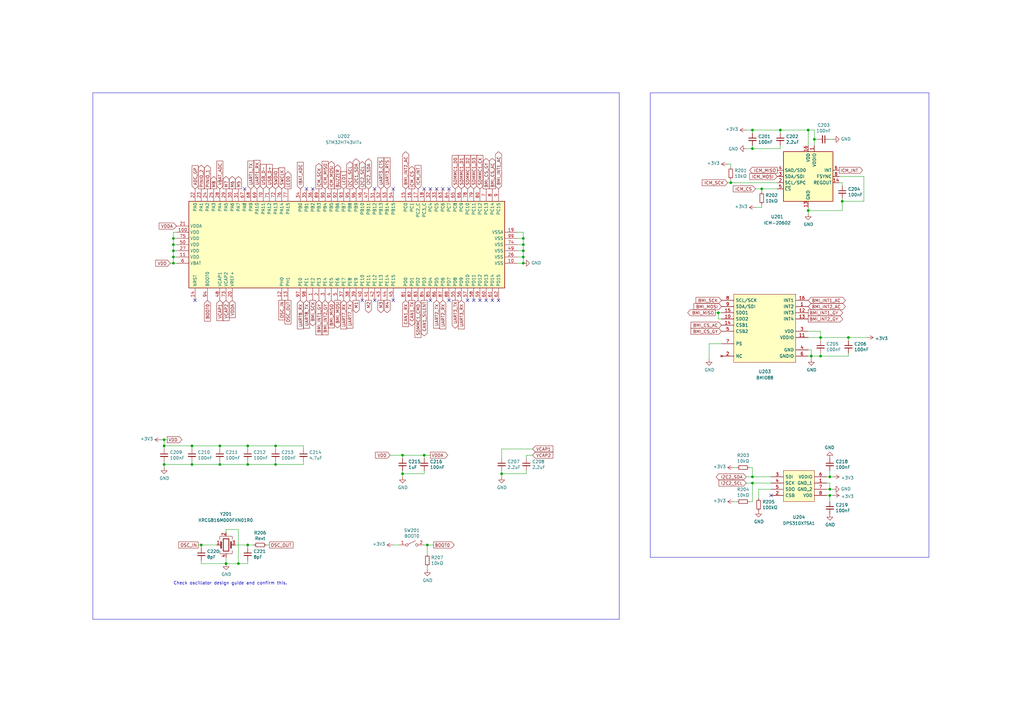
<source format=kicad_sch>
(kicad_sch (version 20230121) (generator eeschema)
  (paper "A3")
  (title_block (title "MCU & Sensors") (date "2021-02-13") (rev "A0.2"))
  (lib_symbols
    (symbol "Device:C_Small" (pin_numbers hide) (pin_names (offset 0.254) hide)
      (property "Reference" "C" (at 0.254 1.778 0))
      (property "Value" "C_Small" (at 0.254 -2.032 0))
      (symbol "C_Small_0_1"
        (polyline (pts (xy -1.524 -0.508) (xy 1.524 -0.508)) (stroke (width 0.3302)))
        (polyline (pts (xy -1.524 0.508) (xy 1.524 0.508)) (stroke (width 0.3048)))
      )
      (symbol "C_Small_1_1"
        (pin passive line (at 0 2.54 270) (length 2.032) (name "~") (number "1"))
        (pin passive line (at 0 -2.54 90) (length 2.032) (name "~") (number "2"))
      )
    )
    (symbol "Device:Crystal_GND24" (pin_names (offset 1.016) hide)
      (property "Reference" "Y" (at 3.175 5.08 0))
      (property "Value" "Crystal_GND24" (at 3.175 3.175 0))
      (symbol "Crystal_GND24_0_1"
        (rectangle (start -1.143 2.54) (end 1.143 -2.54) (stroke (width 0.3048)))
        (polyline (pts (xy -2.54 0) (xy -2.032 0)))
        (polyline (pts (xy -2.032 -1.27) (xy -2.032 1.27)) (stroke (width 0.508)))
        (polyline (pts (xy 0 -3.81) (xy 0 -3.556)))
        (polyline (pts (xy 0 3.556) (xy 0 3.81)))
        (polyline (pts (xy 2.032 -1.27) (xy 2.032 1.27)) (stroke (width 0.508)))
        (polyline (pts (xy 2.032 0) (xy 2.54 0)))
        (polyline (pts (xy -2.54 -2.286) (xy -2.54 -3.556) (xy 2.54 -3.556) (xy 2.54 -2.286)))
        (polyline (pts (xy -2.54 2.286) (xy -2.54 3.556) (xy 2.54 3.556) (xy 2.54 2.286)))
      )
      (symbol "Crystal_GND24_1_1"
        (pin passive line (at -3.81 0 0) (length 1.27) (name "1") (number "1"))
        (pin passive line (at 0 5.08 270) (length 1.27) (name "2") (number "2"))
        (pin passive line (at 3.81 0 180) (length 1.27) (name "3") (number "3"))
        (pin passive line (at 0 -5.08 90) (length 1.27) (name "4") (number "4"))
      )
    )
    (symbol "Device:R_Small" (pin_numbers hide) (pin_names (offset 0.254) hide)
      (property "Reference" "R" (at 0.762 0.508 0))
      (property "Value" "R_Small" (at 0.762 -1.016 0))
      (symbol "R_Small_0_1"
        (rectangle (start -0.762 1.778) (end 0.762 -1.778) (stroke (width 0.2032)))
      )
      (symbol "R_Small_1_1"
        (pin passive line (at 0 2.54 270) (length 0.762) (name "~") (number "1"))
        (pin passive line (at 0 -2.54 90) (length 0.762) (name "~") (number "2"))
      )
    )
    (symbol "MintAlpha2-rescue:+3.3V-power" (power) (pin_names (offset 0))
      (property "Value" "+3.3V-power" (at 0 3.556 0))
      (symbol "+3.3V-power_0_1"
        (polyline (pts (xy -0.762 1.27) (xy 0 2.54)))
        (polyline (pts (xy 0 0) (xy 0 2.54)))
        (polyline (pts (xy 0 2.54) (xy 0.762 1.27)))
      )
      (symbol "+3.3V-power_1_1"
        (pin power_in line (at 0 0 90) (length 0) hide (name "+3V3") (number "1"))
      )
    )
    (symbol "MintAlpha2-rescue:ICM-20602-Sensor_Motion"
      (property "Reference" "U" (at -10.16 11.43 0))
      (property "Value" "Sensor_Motion_ICM-20602" (at 10.16 11.43 0))
      (symbol "ICM-20602-Sensor_Motion_0_1"
        (rectangle (start -10.16 10.16) (end 10.16 -10.16) (stroke (width 0.254)) (fill (type background)))
      )
      (symbol "ICM-20602-Sensor_Motion_1_1"
        (pin power_in line (at 2.54 12.7 270) (length 2.54) (name "VDDIO") (number "1"))
        (pin passive line (at 0 -12.7 90) (length 2.54) hide (name "GND") (number "10"))
        (pin passive line (at 0 -12.7 90) (length 2.54) hide (name "GND") (number "11"))
        (pin passive line (at 0 -12.7 90) (length 2.54) hide (name "GND") (number "12"))
        (pin power_in line (at 0 -12.7 90) (length 2.54) (name "GND") (number "13"))
        (pin passive line (at 12.7 -2.54 180) (length 2.54) (name "REGOUT") (number "14"))
        (pin passive line (at 0 -12.7 90) (length 2.54) hide (name "GND") (number "15"))
        (pin power_in line (at 0 12.7 270) (length 2.54) (name "VDD") (number "16"))
        (pin input line (at -12.7 -2.54 0) (length 2.54) (name "SCL/SPC") (number "2"))
        (pin bidirectional line (at -12.7 0 0) (length 2.54) (name "SDA/SDI") (number "3"))
        (pin bidirectional line (at -12.7 2.54 0) (length 2.54) (name "SAO/SD0") (number "4"))
        (pin input line (at -12.7 -5.08 0) (length 2.54) (name "~{CS}") (number "5"))
        (pin output line (at 12.7 2.54 180) (length 2.54) (name "INT") (number "6"))
        (pin no_connect line (at -10.16 5.08 0) (length 2.54) hide (name "RESV") (number "7"))
        (pin input line (at 12.7 0 180) (length 2.54) (name "FSYNC") (number "8"))
        (pin passive line (at 0 -12.7 90) (length 2.54) hide (name "GND") (number "9"))
      )
    )
    (symbol "MintAlpha2-rescue:STM32H743VITx-MCU_ST_STM32H7"
      (property "Reference" "U" (at -17.78 64.77 0))
      (property "Value" "MCU_ST_STM32H7_STM32H743VITx" (at 10.16 64.77 0))
      (symbol "STM32H743VITx-MCU_ST_STM32H7_0_1"
        (rectangle (start -17.78 -66.04) (end 17.78 63.5) (stroke (width 0.254)) (fill (type background)))
      )
      (symbol "STM32H743VITx-MCU_ST_STM32H7_1_1"
        (pin bidirectional line (at -22.86 12.7 0) (length 5.08) (name "PE2") (number "1"))
        (pin power_in line (at -7.62 -71.12 90) (length 5.08) (name "VSS") (number "10"))
        (pin power_in line (at 5.08 68.58 270) (length 5.08) (name "VDD") (number "100"))
        (pin power_in line (at -5.08 68.58 270) (length 5.08) (name "VDD") (number "11"))
        (pin input line (at -22.86 25.4 0) (length 5.08) (name "PH0") (number "12"))
        (pin input line (at -22.86 22.86 0) (length 5.08) (name "PH1") (number "13"))
        (pin input line (at -22.86 60.96 0) (length 5.08) (name "NRST") (number "14"))
        (pin bidirectional line (at 22.86 -25.4 180) (length 5.08) (name "PC0") (number "15"))
        (pin bidirectional line (at 22.86 -27.94 180) (length 5.08) (name "PC1") (number "16"))
        (pin bidirectional line (at 22.86 -30.48 180) (length 5.08) (name "PC2_C") (number "17"))
        (pin bidirectional line (at 22.86 -33.02 180) (length 5.08) (name "PC3_C") (number "18"))
        (pin power_in line (at 5.08 -71.12 90) (length 5.08) (name "VSSA") (number "19"))
        (pin bidirectional line (at -22.86 10.16 0) (length 5.08) (name "PE3") (number "2"))
        (pin bidirectional line (at -22.86 45.72 0) (length 5.08) (name "VREF+") (number "20"))
        (pin power_in line (at 7.62 68.58 270) (length 5.08) (name "VDDA") (number "21"))
        (pin bidirectional line (at 22.86 60.96 180) (length 5.08) (name "PA0") (number "22"))
        (pin bidirectional line (at 22.86 58.42 180) (length 5.08) (name "PA1") (number "23"))
        (pin bidirectional line (at 22.86 55.88 180) (length 5.08) (name "PA2") (number "24"))
        (pin bidirectional line (at 22.86 53.34 180) (length 5.08) (name "PA3") (number "25"))
        (pin power_in line (at -5.08 -71.12 90) (length 5.08) (name "VSS") (number "26"))
        (pin power_in line (at -2.54 68.58 270) (length 5.08) (name "VDD") (number "27"))
        (pin bidirectional line (at 22.86 50.8 180) (length 5.08) (name "PA4") (number "28"))
        (pin bidirectional line (at 22.86 48.26 180) (length 5.08) (name "PA5") (number "29"))
        (pin bidirectional line (at -22.86 7.62 0) (length 5.08) (name "PE4") (number "3"))
        (pin bidirectional line (at 22.86 45.72 180) (length 5.08) (name "PA6") (number "30"))
        (pin bidirectional line (at 22.86 43.18 180) (length 5.08) (name "PA7") (number "31"))
        (pin bidirectional line (at 22.86 -35.56 180) (length 5.08) (name "PC4") (number "32"))
        (pin bidirectional line (at 22.86 -38.1 180) (length 5.08) (name "PC5") (number "33"))
        (pin bidirectional line (at 22.86 17.78 180) (length 5.08) (name "PB0") (number "34"))
        (pin bidirectional line (at 22.86 15.24 180) (length 5.08) (name "PB1") (number "35"))
        (pin bidirectional line (at 22.86 12.7 180) (length 5.08) (name "PB2") (number "36"))
        (pin bidirectional line (at -22.86 0 0) (length 5.08) (name "PE7") (number "37"))
        (pin bidirectional line (at -22.86 -2.54 0) (length 5.08) (name "PE8") (number "38"))
        (pin bidirectional line (at -22.86 -5.08 0) (length 5.08) (name "PE9") (number "39"))
        (pin bidirectional line (at -22.86 5.08 0) (length 5.08) (name "PE5") (number "4"))
        (pin bidirectional line (at -22.86 -7.62 0) (length 5.08) (name "PE10") (number "40"))
        (pin bidirectional line (at -22.86 -10.16 0) (length 5.08) (name "PE11") (number "41"))
        (pin bidirectional line (at -22.86 -12.7 0) (length 5.08) (name "PE12") (number "42"))
        (pin bidirectional line (at -22.86 -15.24 0) (length 5.08) (name "PE13") (number "43"))
        (pin bidirectional line (at -22.86 -17.78 0) (length 5.08) (name "PE14") (number "44"))
        (pin bidirectional line (at -22.86 -20.32 0) (length 5.08) (name "PE15") (number "45"))
        (pin bidirectional line (at 22.86 -7.62 180) (length 5.08) (name "PB10") (number "46"))
        (pin bidirectional line (at 22.86 -10.16 180) (length 5.08) (name "PB11") (number "47"))
        (pin power_in line (at -22.86 50.8 0) (length 5.08) (name "VCAP1") (number "48"))
        (pin power_in line (at -2.54 -71.12 90) (length 5.08) (name "VSS") (number "49"))
        (pin bidirectional line (at -22.86 2.54 0) (length 5.08) (name "PE6") (number "5"))
        (pin power_in line (at 0 68.58 270) (length 5.08) (name "VDD") (number "50"))
        (pin bidirectional line (at 22.86 -12.7 180) (length 5.08) (name "PB12") (number "51"))
        (pin bidirectional line (at 22.86 -15.24 180) (length 5.08) (name "PB13") (number "52"))
        (pin bidirectional line (at 22.86 -17.78 180) (length 5.08) (name "PB14") (number "53"))
        (pin bidirectional line (at 22.86 -20.32 180) (length 5.08) (name "PB15") (number "54"))
        (pin bidirectional line (at -22.86 -45.72 0) (length 5.08) (name "PD8") (number "55"))
        (pin bidirectional line (at -22.86 -48.26 0) (length 5.08) (name "PD9") (number "56"))
        (pin bidirectional line (at -22.86 -50.8 0) (length 5.08) (name "PD10") (number "57"))
        (pin bidirectional line (at -22.86 -53.34 0) (length 5.08) (name "PD11") (number "58"))
        (pin bidirectional line (at -22.86 -55.88 0) (length 5.08) (name "PD12") (number "59"))
        (pin power_in line (at -7.62 68.58 270) (length 5.08) (name "VBAT") (number "6"))
        (pin bidirectional line (at -22.86 -58.42 0) (length 5.08) (name "PD13") (number "60"))
        (pin bidirectional line (at -22.86 -60.96 0) (length 5.08) (name "PD14") (number "61"))
        (pin bidirectional line (at -22.86 -63.5 0) (length 5.08) (name "PD15") (number "62"))
        (pin bidirectional line (at 22.86 -40.64 180) (length 5.08) (name "PC6") (number "63"))
        (pin bidirectional line (at 22.86 -43.18 180) (length 5.08) (name "PC7") (number "64"))
        (pin bidirectional line (at 22.86 -45.72 180) (length 5.08) (name "PC8") (number "65"))
        (pin bidirectional line (at 22.86 -48.26 180) (length 5.08) (name "PC9") (number "66"))
        (pin bidirectional line (at 22.86 40.64 180) (length 5.08) (name "PA8") (number "67"))
        (pin bidirectional line (at 22.86 38.1 180) (length 5.08) (name "PA9") (number "68"))
        (pin bidirectional line (at 22.86 35.56 180) (length 5.08) (name "PA10") (number "69"))
        (pin bidirectional line (at 22.86 -58.42 180) (length 5.08) (name "PC13") (number "7"))
        (pin bidirectional line (at 22.86 33.02 180) (length 5.08) (name "PA11") (number "70"))
        (pin bidirectional line (at 22.86 30.48 180) (length 5.08) (name "PA12") (number "71"))
        (pin bidirectional line (at 22.86 27.94 180) (length 5.08) (name "PA13") (number "72"))
        (pin power_in line (at -22.86 48.26 0) (length 5.08) (name "VCAP2") (number "73"))
        (pin power_in line (at 0 -71.12 90) (length 5.08) (name "VSS") (number "74"))
        (pin power_in line (at 2.54 68.58 270) (length 5.08) (name "VDD") (number "75"))
        (pin bidirectional line (at 22.86 25.4 180) (length 5.08) (name "PA14") (number "76"))
        (pin bidirectional line (at 22.86 22.86 180) (length 5.08) (name "PA15") (number "77"))
        (pin bidirectional line (at 22.86 -50.8 180) (length 5.08) (name "PC10") (number "78"))
        (pin bidirectional line (at 22.86 -53.34 180) (length 5.08) (name "PC11") (number "79"))
        (pin bidirectional line (at 22.86 -60.96 180) (length 5.08) (name "PC14") (number "8"))
        (pin bidirectional line (at 22.86 -55.88 180) (length 5.08) (name "PC12") (number "80"))
        (pin bidirectional line (at -22.86 -25.4 0) (length 5.08) (name "PD0") (number "81"))
        (pin bidirectional line (at -22.86 -27.94 0) (length 5.08) (name "PD1") (number "82"))
        (pin bidirectional line (at -22.86 -30.48 0) (length 5.08) (name "PD2") (number "83"))
        (pin bidirectional line (at -22.86 -33.02 0) (length 5.08) (name "PD3") (number "84"))
        (pin bidirectional line (at -22.86 -35.56 0) (length 5.08) (name "PD4") (number "85"))
        (pin bidirectional line (at -22.86 -38.1 0) (length 5.08) (name "PD5") (number "86"))
        (pin bidirectional line (at -22.86 -40.64 0) (length 5.08) (name "PD6") (number "87"))
        (pin bidirectional line (at -22.86 -43.18 0) (length 5.08) (name "PD7") (number "88"))
        (pin bidirectional line (at 22.86 10.16 180) (length 5.08) (name "PB3") (number "89"))
        (pin bidirectional line (at 22.86 -63.5 180) (length 5.08) (name "PC15") (number "9"))
        (pin bidirectional line (at 22.86 7.62 180) (length 5.08) (name "PB4") (number "90"))
        (pin bidirectional line (at 22.86 5.08 180) (length 5.08) (name "PB5") (number "91"))
        (pin bidirectional line (at 22.86 2.54 180) (length 5.08) (name "PB6") (number "92"))
        (pin bidirectional line (at 22.86 0 180) (length 5.08) (name "PB7") (number "93"))
        (pin input line (at -22.86 55.88 0) (length 5.08) (name "BOOT0") (number "94"))
        (pin bidirectional line (at 22.86 -2.54 180) (length 5.08) (name "PB8") (number "95"))
        (pin bidirectional line (at 22.86 -5.08 180) (length 5.08) (name "PB9") (number "96"))
        (pin bidirectional line (at -22.86 17.78 0) (length 5.08) (name "PE0") (number "97"))
        (pin bidirectional line (at -22.86 15.24 0) (length 5.08) (name "PE1") (number "98"))
        (pin power_in line (at 2.54 -71.12 90) (length 5.08) (name "VSS") (number "99"))
      )
    )
    (symbol "MintSymbols:BMI088" (pin_names (offset 0.762))
      (property "Reference" "U" (at 11.43 15.24 0))
      (property "Value" "BMI088" (at 6.35 -15.24 0))
      (symbol "BMI088_0_0"
        (pin bidirectional line (at 17.78 8.89 180) (length 5.08) (name "INT2") (number "1"))
        (pin output line (at -17.78 3.81 0) (length 5.08) (name "SDO2") (number "10"))
        (pin power_in line (at 17.78 -3.81 180) (length 5.08) (name "VDDIO") (number "11"))
        (pin output line (at 17.78 6.35 180) (length 5.08) (name "INT3") (number "12"))
        (pin output line (at 17.78 3.81 180) (length 5.08) (name "INT4") (number "13"))
        (pin input line (at -17.78 1.27 0) (length 5.08) (name "CSB1") (number "14"))
        (pin output line (at -17.78 6.35 0) (length 5.08) (name "SDO1") (number "15"))
        (pin bidirectional line (at 17.78 11.43 180) (length 5.08) (name "INT1") (number "16"))
        (pin no_connect line (at -17.78 -11.43 0) (length 5.08) (name "NC") (number "2"))
        (pin power_in line (at 17.78 -1.27 180) (length 5.08) (name "VDD") (number "3"))
        (pin power_in line (at 17.78 -8.89 180) (length 5.08) (name "GND") (number "4"))
        (pin input line (at -17.78 -1.27 0) (length 5.08) (name "CSB2") (number "5"))
        (pin power_in line (at 17.78 -11.43 180) (length 5.08) (name "GNDIO") (number "6"))
        (pin input line (at -17.78 -6.35 0) (length 5.08) (name "PS") (number "7"))
        (pin input line (at -17.78 11.43 0) (length 5.08) (name "SCL/SCK") (number "8"))
        (pin input line (at -17.78 8.89 0) (length 5.08) (name "SDA/SDI") (number "9"))
      )
      (symbol "BMI088_0_1"
        (polyline (pts (xy -12.7 13.97) (xy 12.7 13.97) (xy 12.7 -13.97) (xy -12.7 -13.97) (xy -12.7 13.97)) (stroke (width 0.1524)) (fill (type background)))
      )
    )
    (symbol "MintSymbols:DPS310XTSA1" (pin_names (offset 0.762))
      (property "Reference" "U" (at 5.08 7.62 0))
      (property "Value" "DPS310XTSA1" (at -6.35 -8.89 0))
      (symbol "DPS310XTSA1_0_0"
        (pin power_in line (at 11.43 1.27 180) (length 5.08) (name "GND_1") (number "1"))
        (pin input line (at -11.43 -3.81 0) (length 5.08) (name "CSB") (number "2"))
        (pin input line (at -11.43 3.81 0) (length 5.08) (name "SDI") (number "3"))
        (pin input line (at -11.43 1.27 0) (length 5.08) (name "SCK") (number "4"))
        (pin output line (at -11.43 -1.27 0) (length 5.08) (name "SDO") (number "5"))
        (pin power_in line (at 11.43 3.81 180) (length 5.08) (name "VDDIO") (number "6"))
        (pin power_in line (at 11.43 -1.27 180) (length 5.08) (name "GND_2") (number "7"))
        (pin power_in line (at 11.43 -3.81 180) (length 5.08) (name "VDD") (number "8"))
      )
      (symbol "DPS310XTSA1_0_1"
        (rectangle (start -6.35 6.35) (end 6.35 -6.35) (stroke (width 0.1524)) (fill (type background)))
      )
    )
    (symbol "Switch:SW_SPST" (pin_names (offset 0) hide)
      (property "Reference" "SW" (at 0 3.175 0))
      (property "Value" "SW_SPST" (at 0 -2.54 0))
      (symbol "SW_SPST_0_0"
        (circle (center -2.032 0) (radius 0.508))
        (polyline (pts (xy -1.524 0.254) (xy 1.524 1.778)))
        (circle (center 2.032 0) (radius 0.508))
      )
      (symbol "SW_SPST_1_1"
        (pin passive line (at -5.08 0 0) (length 2.54) (name "A") (number "1"))
        (pin passive line (at 5.08 0 180) (length 2.54) (name "B") (number "2"))
      )
    )
    (symbol "power:GND" (power) (pin_names (offset 0))
      (property "Value" "GND" (at 0 -3.81 0))
      (symbol "GND_0_1"
        (polyline (pts (xy 0 0) (xy 0 -1.27) (xy 1.27 -1.27) (xy 0 -2.54) (xy -1.27 -1.27) (xy 0 -1.27)))
      )
      (symbol "GND_1_1"
        (pin power_in line (at 0 0 270) (length 0) hide (name "GND") (number "1"))
      )
    )
  )
  (junction (at 78.74 190.5))
  (junction (at 173.99 186.69))
  (junction (at 67.31 180.34))
  (junction (at 101.6 182.88))
  (junction (at 312.42 77.47))
  (junction (at 308.61 53.34))
  (junction (at 92.71 231.14))
  (junction (at 320.04 53.34))
  (junction (at 175.26 223.52))
  (junction (at 214.63 105.41))
  (junction (at 299.72 74.93))
  (junction (at 214.63 97.79))
  (junction (at 90.17 182.88))
  (junction (at 71.12 102.87))
  (junction (at 214.63 107.95))
  (junction (at 113.03 182.88))
  (junction (at 71.12 97.79))
  (junction (at 82.55 223.52))
  (junction (at 340.36 203.2))
  (junction (at 113.03 190.5))
  (junction (at 334.01 57.15))
  (junction (at 347.98 138.43))
  (junction (at 205.74 194.31))
  (junction (at 332.74 146.05))
  (junction (at 336.55 138.43))
  (junction (at 165.1 194.31))
  (junction (at 345.44 82.55))
  (junction (at 67.31 190.5))
  (junction (at 331.47 53.34))
  (junction (at 308.61 195.58))
  (junction (at 71.12 107.95))
  (junction (at 101.6 223.52))
  (junction (at 294.64 128.27))
  (junction (at 71.12 105.41))
  (junction (at 67.31 182.88))
  (junction (at 90.17 190.5))
  (junction (at 101.6 190.5))
  (junction (at 78.74 182.88))
  (junction (at 214.63 102.87))
  (junction (at 97.79 231.14))
  (junction (at 340.36 195.58))
  (junction (at 308.61 60.96))
  (junction (at 336.55 146.05))
  (junction (at 308.61 198.12))
  (junction (at 165.1 186.69))
  (junction (at 331.47 86.36))
  (junction (at 340.36 200.66))
  (junction (at 214.63 100.33))
  (junction (at 71.12 100.33))
  (no_connect (at 199.39 123.19))
  (no_connect (at 148.59 123.19))
  (no_connect (at 316.23 203.2))
  (no_connect (at 194.31 123.19))
  (no_connect (at 100.33 77.47))
  (no_connect (at 161.29 123.19))
  (no_connect (at 184.15 123.19))
  (no_connect (at 153.67 77.47))
  (no_connect (at 184.15 77.47))
  (no_connect (at 201.93 123.19))
  (no_connect (at 204.47 123.19))
  (no_connect (at 196.85 123.19))
  (no_connect (at 80.01 123.19))
  (no_connect (at 176.53 123.19))
  (no_connect (at 181.61 77.47))
  (no_connect (at 153.67 123.19))
  (no_connect (at 179.07 77.47))
  (no_connect (at 125.73 77.47))
  (no_connect (at 176.53 77.47))
  (no_connect (at 161.29 77.47))
  (no_connect (at 128.27 77.47))
  (no_connect (at 173.99 77.47))
  (no_connect (at 191.77 123.19))
  (wire (pts (xy 312.42 77.47) (xy 312.42 78.74)))
  (wire (pts (xy 113.03 190.5) (xy 124.46 190.5)))
  (wire (pts (xy 308.61 54.61) (xy 308.61 53.34)))
  (wire (pts (xy 215.9 194.31) (xy 215.9 193.04)))
  (wire (pts (xy 97.79 217.17) (xy 97.79 231.14)))
  (wire (pts (xy 212.09 105.41) (xy 214.63 105.41)))
  (wire (pts (xy 302.26 191.77) (xy 300.99 191.77)))
  (wire (pts (xy 96.52 223.52) (xy 101.6 223.52)))
  (wire (pts (xy 173.99 193.04) (xy 173.99 194.31)))
  (wire (pts (xy 90.17 184.15) (xy 90.17 182.88)))
  (wire (pts (xy 90.17 190.5) (xy 78.74 190.5)))
  (wire (pts (xy 309.88 85.09) (xy 312.42 85.09)))
  (wire (pts (xy 212.09 107.95) (xy 214.63 107.95)))
  (wire (pts (xy 340.36 198.12) (xy 340.36 200.66)))
  (wire (pts (xy 308.61 53.34) (xy 320.04 53.34)))
  (wire (pts (xy 347.98 146.05) (xy 347.98 144.78)))
  (wire (pts (xy 354.33 82.55) (xy 345.44 82.55)))
  (wire (pts (xy 71.12 97.79) (xy 71.12 95.25)))
  (wire (pts (xy 340.36 57.15) (xy 341.63 57.15)))
  (wire (pts (xy 308.61 59.69) (xy 308.61 60.96)))
  (wire (pts (xy 205.74 194.31) (xy 205.74 195.58)))
  (wire (pts (xy 72.39 102.87) (xy 71.12 102.87)))
  (wire (pts (xy 331.47 135.89) (xy 336.55 135.89)))
  (wire (pts (xy 78.74 190.5) (xy 67.31 190.5)))
  (wire (pts (xy 71.12 102.87) (xy 71.12 100.33)))
  (wire (pts (xy 212.09 102.87) (xy 214.63 102.87)))
  (wire (pts (xy 67.31 180.34) (xy 67.31 182.88)))
  (wire (pts (xy 113.03 182.88) (xy 124.46 182.88)))
  (wire (pts (xy 344.17 74.93) (xy 345.44 74.93)))
  (wire (pts (xy 354.33 72.39) (xy 354.33 82.55)))
  (wire (pts (xy 320.04 54.61) (xy 320.04 53.34)))
  (wire (pts (xy 320.04 60.96) (xy 308.61 60.96)))
  (wire (pts (xy 165.1 186.69) (xy 173.99 186.69)))
  (wire (pts (xy 336.55 135.89) (xy 336.55 138.43)))
  (wire (pts (xy 307.34 191.77) (xy 308.61 191.77)))
  (wire (pts (xy 173.99 223.52) (xy 175.26 223.52)))
  (wire (pts (xy 82.55 224.79) (xy 82.55 223.52)))
  (wire (pts (xy 212.09 100.33) (xy 214.63 100.33)))
  (wire (pts (xy 339.09 198.12) (xy 340.36 198.12)))
  (wire (pts (xy 295.91 130.81) (xy 294.64 130.81)))
  (wire (pts (xy 71.12 95.25) (xy 72.39 95.25)))
  (wire (pts (xy 78.74 182.88) (xy 90.17 182.88)))
  (wire (pts (xy 160.02 186.69) (xy 165.1 186.69)))
  (wire (pts (xy 124.46 190.5) (xy 124.46 189.23)))
  (wire (pts (xy 214.63 100.33) (xy 214.63 97.79)))
  (wire (pts (xy 331.47 85.09) (xy 331.47 86.36)))
  (wire (pts (xy 308.61 195.58) (xy 316.23 195.58)))
  (wire (pts (xy 67.31 190.5) (xy 67.31 189.23)))
  (wire (pts (xy 215.9 186.69) (xy 215.9 187.96)))
  (wire (pts (xy 339.09 200.66) (xy 340.36 200.66)))
  (wire (pts (xy 302.26 205.74) (xy 300.99 205.74)))
  (wire (pts (xy 165.1 193.04) (xy 165.1 194.31)))
  (wire (pts (xy 336.55 144.78) (xy 336.55 146.05)))
  (wire (pts (xy 101.6 182.88) (xy 113.03 182.88)))
  (wire (pts (xy 205.74 193.04) (xy 205.74 194.31)))
  (wire (pts (xy 345.44 81.28) (xy 345.44 82.55)))
  (wire (pts (xy 331.47 86.36) (xy 331.47 87.63)))
  (wire (pts (xy 340.36 195.58) (xy 341.63 195.58)))
  (wire (pts (xy 336.55 146.05) (xy 347.98 146.05)))
  (wire (pts (xy 331.47 146.05) (xy 332.74 146.05)))
  (wire (pts (xy 165.1 194.31) (xy 165.1 195.58)))
  (wire (pts (xy 345.44 86.36) (xy 331.47 86.36)))
  (wire (pts (xy 71.12 102.87) (xy 71.12 105.41)))
  (wire (pts (xy 205.74 184.15) (xy 205.74 187.96)))
  (wire (pts (xy 214.63 102.87) (xy 214.63 100.33)))
  (polyline (pts (xy 38.1 254) (xy 254 254)))
  (wire (pts (xy 306.07 53.34) (xy 308.61 53.34)))
  (wire (pts (xy 345.44 74.93) (xy 345.44 76.2)))
  (wire (pts (xy 67.31 182.88) (xy 78.74 182.88)))
  (wire (pts (xy 113.03 182.88) (xy 113.03 184.15)))
  (wire (pts (xy 311.15 200.66) (xy 316.23 200.66)))
  (wire (pts (xy 67.31 180.34) (xy 68.58 180.34)))
  (wire (pts (xy 331.47 138.43) (xy 336.55 138.43)))
  (wire (pts (xy 332.74 146.05) (xy 332.74 147.32)))
  (wire (pts (xy 299.72 73.66) (xy 299.72 74.93)))
  (polyline (pts (xy 254 38.1) (xy 38.1 38.1)))
  (wire (pts (xy 97.79 231.14) (xy 92.71 231.14)))
  (wire (pts (xy 101.6 189.23) (xy 101.6 190.5)))
  (wire (pts (xy 331.47 53.34) (xy 331.47 59.69)))
  (wire (pts (xy 218.44 184.15) (xy 205.74 184.15)))
  (wire (pts (xy 309.88 77.47) (xy 312.42 77.47)))
  (wire (pts (xy 336.55 139.7) (xy 336.55 138.43)))
  (wire (pts (xy 334.01 53.34) (xy 334.01 57.15)))
  (wire (pts (xy 90.17 189.23) (xy 90.17 190.5)))
  (wire (pts (xy 173.99 186.69) (xy 176.53 186.69)))
  (wire (pts (xy 331.47 143.51) (xy 332.74 143.51)))
  (wire (pts (xy 82.55 229.87) (xy 82.55 231.14)))
  (wire (pts (xy 72.39 107.95) (xy 71.12 107.95)))
  (wire (pts (xy 214.63 97.79) (xy 214.63 95.25)))
  (wire (pts (xy 214.63 95.25) (xy 212.09 95.25)))
  (wire (pts (xy 299.72 67.31) (xy 298.45 67.31)))
  (wire (pts (xy 88.9 223.52) (xy 82.55 223.52)))
  (wire (pts (xy 101.6 190.5) (xy 90.17 190.5)))
  (wire (pts (xy 82.55 223.52) (xy 81.28 223.52)))
  (wire (pts (xy 71.12 100.33) (xy 71.12 97.79)))
  (wire (pts (xy 72.39 100.33) (xy 71.12 100.33)))
  (wire (pts (xy 113.03 189.23) (xy 113.03 190.5)))
  (wire (pts (xy 205.74 194.31) (xy 215.9 194.31)))
  (wire (pts (xy 92.71 228.6) (xy 92.71 231.14)))
  (wire (pts (xy 340.36 193.04) (xy 340.36 195.58)))
  (wire (pts (xy 212.09 97.79) (xy 214.63 97.79)))
  (wire (pts (xy 71.12 107.95) (xy 69.85 107.95)))
  (wire (pts (xy 299.72 68.58) (xy 299.72 67.31)))
  (wire (pts (xy 71.12 105.41) (xy 71.12 107.95)))
  (polyline (pts (xy 38.1 38.1) (xy 38.1 254)))
  (wire (pts (xy 92.71 218.44) (xy 92.71 217.17)))
  (wire (pts (xy 298.45 74.93) (xy 299.72 74.93)))
  (wire (pts (xy 101.6 231.14) (xy 97.79 231.14)))
  (wire (pts (xy 294.64 130.81) (xy 294.64 128.27)))
  (wire (pts (xy 308.61 191.77) (xy 308.61 195.58)))
  (wire (pts (xy 355.6 138.43) (xy 347.98 138.43)))
  (wire (pts (xy 320.04 53.34) (xy 331.47 53.34)))
  (polyline (pts (xy 266.7 38.1) (xy 266.7 228.6)))
  (wire (pts (xy 307.34 205.74) (xy 308.61 205.74)))
  (wire (pts (xy 332.74 143.51) (xy 332.74 146.05)))
  (wire (pts (xy 90.17 182.88) (xy 101.6 182.88)))
  (wire (pts (xy 340.36 200.66) (xy 341.63 200.66)))
  (wire (pts (xy 161.29 223.52) (xy 163.83 223.52)))
  (wire (pts (xy 173.99 187.96) (xy 173.99 186.69)))
  (wire (pts (xy 101.6 184.15) (xy 101.6 182.88)))
  (wire (pts (xy 340.36 203.2) (xy 341.63 203.2)))
  (wire (pts (xy 175.26 232.41) (xy 175.26 233.68)))
  (wire (pts (xy 218.44 186.69) (xy 215.9 186.69)))
  (wire (pts (xy 345.44 82.55) (xy 345.44 86.36)))
  (wire (pts (xy 101.6 224.79) (xy 101.6 223.52)))
  (wire (pts (xy 101.6 223.52) (xy 104.14 223.52)))
  (wire (pts (xy 173.99 194.31) (xy 165.1 194.31)))
  (wire (pts (xy 295.91 140.97) (xy 290.83 140.97)))
  (wire (pts (xy 299.72 74.93) (xy 318.77 74.93)))
  (wire (pts (xy 175.26 227.33) (xy 175.26 223.52)))
  (wire (pts (xy 340.36 203.2) (xy 340.36 205.74)))
  (wire (pts (xy 312.42 85.09) (xy 312.42 83.82)))
  (wire (pts (xy 308.61 60.96) (xy 306.07 60.96)))
  (wire (pts (xy 335.28 57.15) (xy 334.01 57.15)))
  (wire (pts (xy 332.74 146.05) (xy 336.55 146.05)))
  (wire (pts (xy 308.61 205.74) (xy 308.61 198.12)))
  (wire (pts (xy 294.64 128.27) (xy 295.91 128.27)))
  (wire (pts (xy 165.1 187.96) (xy 165.1 186.69)))
  (wire (pts (xy 175.26 223.52) (xy 177.8 223.52)))
  (wire (pts (xy 109.22 223.52) (xy 110.49 223.52)))
  (wire (pts (xy 67.31 191.77) (xy 67.31 190.5)))
  (wire (pts (xy 214.63 105.41) (xy 214.63 102.87)))
  (wire (pts (xy 312.42 77.47) (xy 318.77 77.47)))
  (wire (pts (xy 78.74 189.23) (xy 78.74 190.5)))
  (wire (pts (xy 306.07 198.12) (xy 308.61 198.12)))
  (wire (pts (xy 339.09 195.58) (xy 340.36 195.58)))
  (wire (pts (xy 334.01 57.15) (xy 334.01 59.69)))
  (wire (pts (xy 214.63 107.95) (xy 214.63 105.41)))
  (wire (pts (xy 72.39 97.79) (xy 71.12 97.79)))
  (wire (pts (xy 101.6 229.87) (xy 101.6 231.14)))
  (wire (pts (xy 306.07 195.58) (xy 308.61 195.58)))
  (wire (pts (xy 331.47 53.34) (xy 334.01 53.34)))
  (polyline (pts (xy 381 228.6) (xy 381 38.1)))
  (wire (pts (xy 339.09 203.2) (xy 340.36 203.2)))
  (wire (pts (xy 72.39 105.41) (xy 71.12 105.41)))
  (wire (pts (xy 347.98 138.43) (xy 347.98 139.7)))
  (wire (pts (xy 124.46 182.88) (xy 124.46 184.15)))
  (wire (pts (xy 311.15 200.66) (xy 311.15 204.47)))
  (wire (pts (xy 344.17 72.39) (xy 354.33 72.39)))
  (wire (pts (xy 92.71 217.17) (xy 97.79 217.17)))
  (wire (pts (xy 66.04 180.34) (xy 67.31 180.34)))
  (wire (pts (xy 67.31 182.88) (xy 67.31 184.15)))
  (wire (pts (xy 308.61 198.12) (xy 316.23 198.12)))
  (polyline (pts (xy 254 254) (xy 254 38.1)))
  (polyline (pts (xy 266.7 228.6) (xy 381 228.6)))
  (wire (pts (xy 290.83 140.97) (xy 290.83 147.32)))
  (wire (pts (xy 78.74 184.15) (xy 78.74 182.88)))
  (polyline (pts (xy 266.7 38.1) (xy 381 38.1)))
  (wire (pts (xy 82.55 231.14) (xy 92.71 231.14)))
  (wire (pts (xy 320.04 59.69) (xy 320.04 60.96)))
  (wire (pts (xy 293.37 128.27) (xy 294.64 128.27)))
  (wire (pts (xy 336.55 138.43) (xy 347.98 138.43)))
  (wire (pts (xy 113.03 190.5) (xy 101.6 190.5)))
  (text "Check oscillator design guide and confirm this." (at 71.12 240.03 0) (effects (font (size 1.27 1.27)) (justify left bottom)))
  (global_label "I2C2_SDA" (shape bidirectional) (at 151.13 77.47 90) (property "Intersheetrefs" "${INTERSHEET_REFS}" (effects hide)))
  (global_label "BMI_MOSI" (shape input) (at 295.91 125.73 180) (property "Intersheetrefs" "${INTERSHEET_REFS}" (effects hide)))
  (global_label "VCAP2" (shape input) (at 218.44 186.69 0) (property "Intersheetrefs" "${INTERSHEET_REFS}" (effects hide)))
  (global_label "SDMMC1_CMD" (shape input) (at 171.45 123.19 270) (property "Intersheetrefs" "${INTERSHEET_REFS}" (effects hide)))
  (global_label "M1" (shape output) (at 146.05 123.19 270) (property "Intersheetrefs" "${INTERSHEET_REFS}" (effects hide)))
  (global_label "BMI_SCK" (shape input) (at 295.91 123.19 180) (property "Intersheetrefs" "${INTERSHEET_REFS}" (effects hide)))
  (global_label "I2C1_SDA" (shape bidirectional) (at 146.05 77.47 90) (property "Intersheetrefs" "${INTERSHEET_REFS}" (effects hide)))
  (global_label "M2" (shape output) (at 151.13 123.19 270) (property "Intersheetrefs" "${INTERSHEET_REFS}" (effects hide)))
  (global_label "OSC_OUT" (shape passive) (at 118.11 123.19 270) (property "Intersheetrefs" "${INTERSHEET_REFS}" (effects hide)))
  (global_label "I2C2_SDA" (shape bidirectional) (at 306.07 195.58 180) (property "Intersheetrefs" "${INTERSHEET_REFS}" (effects hide)))
  (global_label "BMI_SCK" (shape output) (at 128.27 123.19 270) (property "Intersheetrefs" "${INTERSHEET_REFS}" (effects hide)))
  (global_label "UART8_RX" (shape input) (at 123.19 123.19 270) (property "Intersheetrefs" "${INTERSHEET_REFS}" (effects hide)))
  (global_label "PINIO_2" (shape output) (at 82.55 77.47 90) (property "Intersheetrefs" "${INTERSHEET_REFS}" (effects hide)))
  (global_label "BMI_CS_GY" (shape input) (at 295.91 135.89 180) (property "Intersheetrefs" "${INTERSHEET_REFS}" (effects hide)))
  (global_label "VCAP2" (shape input) (at 92.71 123.19 270) (property "Intersheetrefs" "${INTERSHEET_REFS}" (effects hide)))
  (global_label "USB_D+" (shape input) (at 110.49 77.47 90) (property "Intersheetrefs" "${INTERSHEET_REFS}" (effects hide)))
  (global_label "BMI_INT1_AC" (shape bidirectional) (at 204.47 77.47 90) (property "Intersheetrefs" "${INTERSHEET_REFS}" (effects hide)))
  (global_label "CAN1_SILENT" (shape output) (at 173.99 123.19 270) (property "Intersheetrefs" "${INTERSHEET_REFS}" (effects hide)))
  (global_label "VDD" (shape input) (at 160.02 186.69 180) (property "Intersheetrefs" "${INTERSHEET_REFS}" (effects hide)))
  (global_label "M8" (shape output) (at 87.63 77.47 90) (property "Intersheetrefs" "${INTERSHEET_REFS}" (effects hide)))
  (global_label "UART1_TX" (shape input) (at 102.87 77.47 90) (property "Intersheetrefs" "${INTERSHEET_REFS}" (effects hide)))
  (global_label "BMI_INT2_AC" (shape bidirectional) (at 166.37 77.47 90) (property "Intersheetrefs" "${INTERSHEET_REFS}" (effects hide)))
  (global_label "BMI_INT2_AC" (shape bidirectional) (at 331.47 125.73 0) (property "Intersheetrefs" "${INTERSHEET_REFS}" (effects hide)))
  (global_label "UART7_TX" (shape input) (at 143.51 123.19 270) (property "Intersheetrefs" "${INTERSHEET_REFS}" (effects hide)))
  (global_label "M5" (shape output) (at 97.79 77.47 90) (property "Intersheetrefs" "${INTERSHEET_REFS}" (effects hide)))
  (global_label "BMI_CS_GY" (shape output) (at 199.39 77.47 90) (property "Intersheetrefs" "${INTERSHEET_REFS}" (effects hide)))
  (global_label "VCAP1" (shape input) (at 218.44 184.15 0) (property "Intersheetrefs" "${INTERSHEET_REFS}" (effects hide)))
  (global_label "VDDA" (shape output) (at 176.53 186.69 0) (property "Intersheetrefs" "${INTERSHEET_REFS}" (effects hide)))
  (global_label "ICM_MOSI" (shape input) (at 318.77 72.39 180) (property "Intersheetrefs" "${INTERSHEET_REFS}" (effects hide)))
  (global_label "VBAT_ADC" (shape input) (at 90.17 77.47 90) (property "Intersheetrefs" "${INTERSHEET_REFS}" (effects hide)))
  (global_label "OSC_OUT" (shape passive) (at 110.49 223.52 0) (property "Intersheetrefs" "${INTERSHEET_REFS}" (effects hide)))
  (global_label "M6" (shape output) (at 95.25 77.47 90) (property "Intersheetrefs" "${INTERSHEET_REFS}" (effects hide)))
  (global_label "USB_D-" (shape input) (at 107.95 77.47 90) (property "Intersheetrefs" "${INTERSHEET_REFS}" (effects hide)))
  (global_label "ICM_INT" (shape output) (at 344.17 69.85 0) (property "Intersheetrefs" "${INTERSHEET_REFS}" (effects hide)))
  (global_label "IBAT_ADC" (shape input) (at 123.19 77.47 90) (property "Intersheetrefs" "${INTERSHEET_REFS}" (effects hide)))
  (global_label "BOOT0" (shape output) (at 177.8 223.52 0) (property "Intersheetrefs" "${INTERSHEET_REFS}" (effects hide)))
  (global_label "I2C1_SCL" (shape output) (at 143.51 77.47 90) (property "Intersheetrefs" "${INTERSHEET_REFS}" (effects hide)))
  (global_label "OSC_IN" (shape passive) (at 81.28 223.52 180) (property "Intersheetrefs" "${INTERSHEET_REFS}" (effects hide)))
  (global_label "VCAP1" (shape input) (at 90.17 123.19 270) (property "Intersheetrefs" "${INTERSHEET_REFS}" (effects hide)))
  (global_label "VDD" (shape input) (at 69.85 107.95 180) (property "Intersheetrefs" "${INTERSHEET_REFS}" (effects hide)))
  (global_label "M3" (shape output) (at 156.21 123.19 270) (property "Intersheetrefs" "${INTERSHEET_REFS}" (effects hide)))
  (global_label "M4" (shape output) (at 158.75 123.19 270) (property "Intersheetrefs" "${INTERSHEET_REFS}" (effects hide)))
  (global_label "VDD" (shape output) (at 68.58 180.34 0) (property "Intersheetrefs" "${INTERSHEET_REFS}" (effects hide)))
  (global_label "SDMMC1_D0" (shape input) (at 186.69 77.47 90) (property "Intersheetrefs" "${INTERSHEET_REFS}" (effects hide)))
  (global_label "UART1_RX" (shape input) (at 105.41 77.47 90) (property "Intersheetrefs" "${INTERSHEET_REFS}" (effects hide)))
  (global_label "UART3_CTS" (shape input) (at 156.21 77.47 90) (property "Intersheetrefs" "${INTERSHEET_REFS}" (effects hide)))
  (global_label "BMI_MISO" (shape output) (at 293.37 128.27 180) (property "Intersheetrefs" "${INTERSHEET_REFS}" (effects hide)))
  (global_label "M7" (shape output) (at 92.71 77.47 90) (property "Intersheetrefs" "${INTERSHEET_REFS}" (effects hide)))
  (global_label "LED0" (shape output) (at 118.11 77.47 90) (property "Intersheetrefs" "${INTERSHEET_REFS}" (effects hide)))
  (global_label "UART3_RTS" (shape input) (at 158.75 77.47 90) (property "Intersheetrefs" "${INTERSHEET_REFS}" (effects hide)))
  (global_label "ICM_CS" (shape output) (at 168.91 77.47 90) (property "Intersheetrefs" "${INTERSHEET_REFS}" (effects hide)))
  (global_label "SWCLK" (shape input) (at 115.57 77.47 90) (property "Intersheetrefs" "${INTERSHEET_REFS}" (effects hide)))
  (global_label "UART2_TX" (shape input) (at 179.07 123.19 270) (property "Intersheetrefs" "${INTERSHEET_REFS}" (effects hide)))
  (global_label "BMI_INT1_GY" (shape output) (at 331.47 128.27 0) (property "Intersheetrefs" "${INTERSHEET_REFS}" (effects hide)))
  (global_label "VDDA" (shape input) (at 95.25 123.19 270) (property "Intersheetrefs" "${INTERSHEET_REFS}" (effects hide)))
  (global_label "UART8_TX" (shape input) (at 125.73 123.19 270) (property "Intersheetrefs" "${INTERSHEET_REFS}" (effects hide)))
  (global_label "ICM_SCK" (shape input) (at 298.45 74.93 180) (property "Intersheetrefs" "${INTERSHEET_REFS}" (effects hide)))
  (global_label "UART3_RX" (shape input) (at 189.23 123.19 270) (property "Intersheetrefs" "${INTERSHEET_REFS}" (effects hide)))
  (global_label "ICM_INT" (shape input) (at 171.45 77.47 90) (property "Intersheetrefs" "${INTERSHEET_REFS}" (effects hide)))
  (global_label "BMI_INT2_GY" (shape input) (at 133.35 123.19 270) (property "Intersheetrefs" "${INTERSHEET_REFS}" (effects hide)))
  (global_label "CAN1_RX" (shape input) (at 166.37 123.19 270) (property "Intersheetrefs" "${INTERSHEET_REFS}" (effects hide)))
  (global_label "OSC_IN" (shape passive) (at 115.57 123.19 270) (property "Intersheetrefs" "${INTERSHEET_REFS}" (effects hide)))
  (global_label "SDMMC1_D1" (shape input) (at 189.23 77.47 90) (property "Intersheetrefs" "${INTERSHEET_REFS}" (effects hide)))
  (global_label "ICM_MISO" (shape output) (at 318.77 69.85 180) (property "Intersheetrefs" "${INTERSHEET_REFS}" (effects hide)))
  (global_label "BMI_CS_AC" (shape output) (at 201.93 77.47 90) (property "Intersheetrefs" "${INTERSHEET_REFS}" (effects hide)))
  (global_label "ICM_CS" (shape input) (at 309.88 77.47 180) (property "Intersheetrefs" "${INTERSHEET_REFS}" (effects hide)))
  (global_label "SDMMC1_D2" (shape input) (at 191.77 77.47 90) (property "Intersheetrefs" "${INTERSHEET_REFS}" (effects hide)))
  (global_label "I2C2_SCL" (shape input) (at 306.07 198.12 180) (property "Intersheetrefs" "${INTERSHEET_REFS}" (effects hide)))
  (global_label "BMI_INT1_GY" (shape input) (at 130.81 123.19 270) (property "Intersheetrefs" "${INTERSHEET_REFS}" (effects hide)))
  (global_label "BOOT0" (shape input) (at 85.09 123.19 270) (property "Intersheetrefs" "${INTERSHEET_REFS}" (effects hide)))
  (global_label "BMI_INT1_AC" (shape bidirectional) (at 331.47 123.19 0) (property "Intersheetrefs" "${INTERSHEET_REFS}" (effects hide)))
  (global_label "ICM_MISO" (shape input) (at 133.35 77.47 90) (property "Intersheetrefs" "${INTERSHEET_REFS}" (effects hide)))
  (global_label "BMI_MISO" (shape input) (at 135.89 123.19 270) (property "Intersheetrefs" "${INTERSHEET_REFS}" (effects hide)))
  (global_label "LED1" (shape input) (at 140.97 77.47 90) (property "Intersheetrefs" "${INTERSHEET_REFS}" (effects hide)))
  (global_label "UART7_RX" (shape input) (at 140.97 123.19 270) (property "Intersheetrefs" "${INTERSHEET_REFS}" (effects hide)))
  (global_label "UART2_RX" (shape input) (at 181.61 123.19 270) (property "Intersheetrefs" "${INTERSHEET_REFS}" (effects hide)))
  (global_label "CAN1_TX" (shape output) (at 168.91 123.19 270) (property "Intersheetrefs" "${INTERSHEET_REFS}" (effects hide)))
  (global_label "SDMMC1_CK" (shape input) (at 196.85 77.47 90) (property "Intersheetrefs" "${INTERSHEET_REFS}" (effects hide)))
  (global_label "VDDA" (shape input) (at 72.39 92.71 180) (property "Intersheetrefs" "${INTERSHEET_REFS}" (effects hide)))
  (global_label "SDMMC1_D3" (shape input) (at 194.31 77.47 90) (property "Intersheetrefs" "${INTERSHEET_REFS}" (effects hide)))
  (global_label "ICM_MOSI" (shape output) (at 135.89 77.47 90) (property "Intersheetrefs" "${INTERSHEET_REFS}" (effects hide)))
  (global_label "ADC_GP" (shape input) (at 80.01 77.47 90) (property "Intersheetrefs" "${INTERSHEET_REFS}" (effects hide)))
  (global_label "BMI_MOSI" (shape output) (at 138.43 123.19 270) (property "Intersheetrefs" "${INTERSHEET_REFS}" (effects hide)))
  (global_label "ICM_SCK" (shape output) (at 130.81 77.47 90) (property "Intersheetrefs" "${INTERSHEET_REFS}" (effects hide)))
  (global_label "PINIO_1" (shape output) (at 85.09 77.47 90) (property "Intersheetrefs" "${INTERSHEET_REFS}" (effects hide)))
  (global_label "BUZZER" (shape output) (at 138.43 77.47 90) (property "Intersheetrefs" "${INTERSHEET_REFS}" (effects hide)))
  (global_label "I2C2_SCL" (shape output) (at 148.59 77.47 90) (property "Intersheetrefs" "${INTERSHEET_REFS}" (effects hide)))
  (global_label "BMI_INT2_GY" (shape output) (at 331.47 130.81 0) (property "Intersheetrefs" "${INTERSHEET_REFS}" (effects hide)))
  (global_label "BMI_CS_AC" (shape input) (at 295.91 133.35 180) (property "Intersheetrefs" "${INTERSHEET_REFS}" (effects hide)))
  (global_label "UART3_TX" (shape output) (at 186.69 123.19 270) (property "Intersheetrefs" "${INTERSHEET_REFS}" (effects hide)))
  (global_label "SWDIO" (shape input) (at 113.03 77.47 90) (property "Intersheetrefs" "${INTERSHEET_REFS}" (effects hide)))
  (symbol (lib_id "Device:C_Small") (at 82.55 227.33 0) (unit 1)
    (property "Reference" "C220" (at 84.8868 226.1616 0) (effects (justify left)))
    (property "Value" "8pF" (at 84.8868 228.473 0) (effects (justify left)))
    (property "Footprint" "Capacitor_SMD:C_0402_1005Metric" (effects hide))
    (property "Part No." "GJM1555C1H8R0CB01D" (effects hide))
  )
  (symbol (lib_id "Device:C_Small") (at 101.6 227.33 0) (unit 1)
    (property "Reference" "C221" (at 103.9368 226.1616 0) (effects (justify left)))
    (property "Value" "8pF" (at 103.9368 228.473 0) (effects (justify left)))
    (property "Footprint" "Capacitor_SMD:C_0402_1005Metric" (effects hide))
    (property "Part No." "GJM1555C1H8R0CB01D" (effects hide))
  )
  (symbol (lib_id "power:GND") (at 92.71 231.14 0) (unit 1)
    (property "Reference" "#PWR0225" (effects hide))
    (property "Value" "GND" (at 92.837 235.5342 0))
  )
  (symbol (lib_id "MintAlpha2-rescue:+3.3V-power") (at 66.04 180.34 90) (unit 1)
    (property "Reference" "#PWR0212" (effects hide))
    (property "Value" "+3.3V" (at 62.7888 179.959 90) (effects (justify left)))
  )
  (symbol (lib_id "Device:C_Small") (at 67.31 186.69 0) (unit 1)
    (property "Reference" "C209" (at 69.6468 185.5216 0) (effects (justify left)))
    (property "Value" "100nF" (at 69.6468 187.833 0) (effects (justify left)))
    (property "Footprint" "Capacitor_SMD:C_0402_1005Metric" (effects hide))
    (property "Part No." "C0402C104K4RAC7411" (effects hide))
  )
  (symbol (lib_id "Device:C_Small") (at 78.74 186.69 0) (unit 1)
    (property "Reference" "C210" (at 81.0768 185.5216 0) (effects (justify left)))
    (property "Value" "100nF" (at 81.0768 187.833 0) (effects (justify left)))
    (property "Footprint" "Capacitor_SMD:C_0402_1005Metric" (effects hide))
    (property "Part No." "C0402C104K4RAC7411" (effects hide))
  )
  (symbol (lib_id "Device:C_Small") (at 90.17 186.69 0) (unit 1)
    (property "Reference" "C211" (at 92.5068 185.5216 0) (effects (justify left)))
    (property "Value" "100nF" (at 92.5068 187.833 0) (effects (justify left)))
    (property "Footprint" "Capacitor_SMD:C_0402_1005Metric" (effects hide))
    (property "Part No." "C0402C104K4RAC7411" (effects hide))
  )
  (symbol (lib_id "Device:C_Small") (at 101.6 186.69 0) (unit 1)
    (property "Reference" "C212" (at 103.9368 185.5216 0) (effects (justify left)))
    (property "Value" "100nF" (at 103.9368 187.833 0) (effects (justify left)))
    (property "Footprint" "Capacitor_SMD:C_0402_1005Metric" (effects hide))
    (property "Part No." "C0402C104K4RAC7411" (effects hide))
  )
  (symbol (lib_id "Device:C_Small") (at 113.03 186.69 0) (unit 1)
    (property "Reference" "C213" (at 115.3668 185.5216 0) (effects (justify left)))
    (property "Value" "100nF" (at 115.3668 187.833 0) (effects (justify left)))
    (property "Footprint" "Capacitor_SMD:C_0402_1005Metric" (effects hide))
    (property "Part No." "C0402C104K4RAC7411" (effects hide))
  )
  (symbol (lib_id "Device:C_Small") (at 124.46 186.69 0) (unit 1)
    (property "Reference" "C214" (at 126.7968 185.5216 0) (effects (justify left)))
    (property "Value" "4.7uF" (at 126.7968 187.833 0) (effects (justify left)))
    (property "Footprint" "Capacitor_SMD:C_0603_1608Metric" (effects hide))
    (property "Part No." "LMK107BJ475MAHT" (effects hide))
  )
  (symbol (lib_id "power:GND") (at 67.31 191.77 0) (unit 1)
    (property "Reference" "#PWR0214" (effects hide))
    (property "Value" "GND" (at 67.437 196.1642 0))
  )
  (symbol (lib_id "Device:C_Small") (at 165.1 190.5 0) (unit 1)
    (property "Reference" "C215" (at 167.4368 189.3316 0) (effects (justify left)))
    (property "Value" "1uF" (at 167.4368 191.643 0) (effects (justify left)))
    (property "Footprint" "Capacitor_SMD:C_0402_1005Metric" (effects hide))
    (property "Part No." "LMK105BJ105MVHF" (effects hide))
  )
  (symbol (lib_id "Device:C_Small") (at 173.99 190.5 0) (unit 1)
    (property "Reference" "C216" (at 176.3268 189.3316 0) (effects (justify left)))
    (property "Value" "100nF" (at 176.3268 191.643 0) (effects (justify left)))
    (property "Footprint" "Capacitor_SMD:C_0402_1005Metric" (effects hide))
    (property "Part No." "C0402C104K4RAC7411" (effects hide))
  )
  (symbol (lib_id "power:GND") (at 165.1 195.58 0) (unit 1)
    (property "Reference" "#PWR0217" (effects hide))
    (property "Value" "GND" (at 165.227 199.9742 0))
  )
  (symbol (lib_id "power:GND") (at 214.63 107.95 90) (unit 1)
    (property "Reference" "#PWR0207" (effects hide))
    (property "Value" "GND" (at 217.8812 107.823 90) (effects (justify right)))
  )
  (symbol (lib_id "Switch:SW_SPST") (at 168.91 223.52 0) (unit 1)
    (property "Reference" "SW201" (at 168.91 217.551 0))
    (property "Value" "BOOT0" (at 168.91 219.8624 0))
    (property "Footprint" "MintFoorprints:TactileSwitch_B3U-1000P_SPST_NO" (effects hide))
    (property "Part No." "KMS233GLFG" (effects hide))
  )
  (symbol (lib_id "MintAlpha2-rescue:+3.3V-power") (at 161.29 223.52 90) (unit 1)
    (property "Reference" "#PWR0224" (effects hide))
    (property "Value" "+3.3V" (at 158.0388 223.139 90) (effects (justify left)))
  )
  (symbol (lib_id "Device:R_Small") (at 175.26 229.87 0) (unit 1)
    (property "Reference" "R207" (at 176.7586 228.7016 0) (effects (justify left)))
    (property "Value" "10kΩ" (at 176.7586 231.013 0) (effects (justify left)))
    (property "Footprint" "Resistor_SMD:R_0402_1005Metric" (effects hide))
    (property "Part No." "RC0402FR-0710KL" (effects hide))
  )
  (symbol (lib_id "power:GND") (at 175.26 233.68 0) (unit 1)
    (property "Reference" "#PWR0226" (effects hide))
    (property "Value" "GND" (at 175.387 238.0742 0))
  )
  (symbol (lib_id "Device:C_Small") (at 205.74 190.5 0) (unit 1)
    (property "Reference" "C207" (at 208.0768 189.3316 0) (effects (justify left)))
    (property "Value" "2.2uF" (at 208.0768 191.643 0) (effects (justify left)))
    (property "Footprint" "Capacitor_SMD:C_0402_1005Metric" (effects hide))
    (property "Part No." "LMK105BJ225KV-F" (effects hide))
  )
  (symbol (lib_id "Device:C_Small") (at 215.9 190.5 0) (unit 1)
    (property "Reference" "C208" (at 218.2368 189.3316 0) (effects (justify left)))
    (property "Value" "2.2uF" (at 218.2368 191.643 0) (effects (justify left)))
    (property "Footprint" "Capacitor_SMD:C_0402_1005Metric" (effects hide))
    (property "Part No." "LMK105BJ225KV-F" (effects hide))
  )
  (symbol (lib_id "power:GND") (at 205.74 195.58 0) (unit 1)
    (property "Reference" "#PWR0211" (effects hide))
    (property "Value" "GND" (at 205.867 199.9742 0))
  )
  (symbol (lib_id "Device:Crystal_GND24") (at 92.71 223.52 0) (unit 1)
    (property "Reference" "Y201" (at 90.17 210.82 0) (effects (justify left)))
    (property "Value" "XRCGB16M000FXN01R0" (at 81.28 213.36 0) (effects (justify left)))
    (property "Footprint" "MintFoorprints:Crystal_Murata_XRCGB_F_P_HCR2016" (effects hide))
    (property "Part No." "XRCGB16M000FXN01R0" (effects hide))
  )
  (symbol (lib_id "MintAlpha2-rescue:ICM-20602-Sensor_Motion") (at 331.47 72.39 0) (unit 1)
    (property "Reference" "U201" (at 318.77 88.9 0))
    (property "Value" "ICM-20602" (at 318.77 91.44 0))
    (property "Footprint" "Package_LGA:LGA-16_3x3mm_P0.5mm_LayoutBorder3x5y" (effects hide))
    (property "Datasheet" "http://www.invensense.com/wp-content/uploads/2016/10/DS-000176-ICM-20602-v1.0.pdf" (effects hide))
    (property "Part No." "ICM-20602" (effects hide))
  )
  (symbol (lib_id "MintAlpha2-rescue:+3.3V-power") (at 306.07 53.34 90) (unit 1)
    (property "Reference" "#PWR0201" (effects hide))
    (property "Value" "+3.3V" (at 302.8188 52.959 90) (effects (justify left)))
  )
  (symbol (lib_id "Device:C_Small") (at 308.61 57.15 0) (unit 1)
    (property "Reference" "C201" (at 310.9468 55.9816 0) (effects (justify left)))
    (property "Value" "100nF" (at 310.9468 58.293 0) (effects (justify left)))
    (property "Footprint" "Capacitor_SMD:C_0402_1005Metric" (effects hide))
    (property "Part No." "C0402C104K4RAC7411" (effects hide))
  )
  (symbol (lib_id "Device:C_Small") (at 320.04 57.15 0) (unit 1)
    (property "Reference" "C202" (at 322.3768 55.9816 0) (effects (justify left)))
    (property "Value" "2.2uF" (at 322.3768 58.293 0) (effects (justify left)))
    (property "Footprint" "Capacitor_SMD:C_0402_1005Metric" (effects hide))
    (property "Part No." "LMK105BJ225KV-F" (effects hide))
  )
  (symbol (lib_id "power:GND") (at 306.07 60.96 270) (unit 1)
    (property "Reference" "#PWR0203" (effects hide))
    (property "Value" "GND" (at 302.8188 61.087 90) (effects (justify right)))
  )
  (symbol (lib_id "Device:C_Small") (at 337.82 57.15 270) (unit 1)
    (property "Reference" "C203" (at 337.82 51.3334 90))
    (property "Value" "100nF" (at 337.82 53.6448 90))
    (property "Footprint" "Capacitor_SMD:C_0402_1005Metric" (effects hide))
    (property "Part No." "C0402C104K4RAC7411" (effects hide))
  )
  (symbol (lib_id "power:GND") (at 341.63 57.15 90) (unit 1)
    (property "Reference" "#PWR0202" (effects hide))
    (property "Value" "GND" (at 344.8812 57.023 90) (effects (justify right)))
  )
  (symbol (lib_id "power:GND") (at 331.47 87.63 0) (unit 1)
    (property "Reference" "#PWR0206" (effects hide))
    (property "Value" "GND" (at 331.597 92.0242 0))
  )
  (symbol (lib_id "Device:C_Small") (at 345.44 78.74 0) (unit 1)
    (property "Reference" "C204" (at 347.7768 77.5716 0) (effects (justify left)))
    (property "Value" "100nF" (at 347.7768 79.883 0) (effects (justify left)))
    (property "Footprint" "Capacitor_SMD:C_0402_1005Metric" (effects hide))
    (property "Part No." "C0402C104K4RAC7411" (effects hide))
  )
  (symbol (lib_id "Device:R_Small") (at 299.72 71.12 0) (unit 1)
    (property "Reference" "R201" (at 301.2186 69.9516 0) (effects (justify left)))
    (property "Value" "10kΩ" (at 301.2186 72.263 0) (effects (justify left)))
    (property "Footprint" "Resistor_SMD:R_0402_1005Metric" (effects hide))
    (property "Part No." "RC0402FR-0710KL" (effects hide))
  )
  (symbol (lib_id "MintAlpha2-rescue:+3.3V-power") (at 298.45 67.31 90) (unit 1)
    (property "Reference" "#PWR0204" (effects hide))
    (property "Value" "+3.3V" (at 295.1988 66.929 90) (effects (justify left)))
  )
  (symbol (lib_id "Device:R_Small") (at 312.42 81.28 0) (unit 1)
    (property "Reference" "R202" (at 313.9186 80.1116 0) (effects (justify left)))
    (property "Value" "10kΩ" (at 313.9186 82.423 0) (effects (justify left)))
    (property "Footprint" "Resistor_SMD:R_0402_1005Metric" (effects hide))
    (property "Part No." "RC0402FR-0710KL" (effects hide))
  )
  (symbol (lib_id "MintAlpha2-rescue:+3.3V-power") (at 309.88 85.09 90) (unit 1)
    (property "Reference" "#PWR0205" (effects hide))
    (property "Value" "+3.3V" (at 306.6288 84.709 90) (effects (justify left)))
  )
  (symbol (lib_id "MintSymbols:BMI088") (at 313.69 134.62 0) (unit 1)
    (property "Reference" "U203" (at 313.69 152.4 0))
    (property "Value" "BMI088" (at 313.69 154.94 0))
    (property "Footprint" "MintFoorprints:BMI088_LGA16_4.5x3mm_P0.5mm" (effects hide))
    (property "Datasheet" "https://ae-bst.resource.bosch.com/media/_tech/media/datasheets/BST-BMI088-DS001-13.pdf" (effects hide))
    (property "Part No." "BMI088" (effects hide))
  )
  (symbol (lib_id "power:GND") (at 290.83 147.32 0) (unit 1)
    (property "Reference" "#PWR0209" (effects hide))
    (property "Value" "GND" (at 290.957 151.7142 0))
  )
  (symbol (lib_id "power:GND") (at 332.74 147.32 0) (unit 1)
    (property "Reference" "#PWR0210" (effects hide))
    (property "Value" "GND" (at 332.867 151.7142 0))
  )
  (symbol (lib_id "Device:C_Small") (at 336.55 142.24 0) (unit 1)
    (property "Reference" "C205" (at 338.8868 141.0716 0) (effects (justify left)))
    (property "Value" "100nF" (at 338.8868 143.383 0) (effects (justify left)))
    (property "Footprint" "Capacitor_SMD:C_0402_1005Metric" (effects hide))
    (property "Part No." "C0402C104K4RAC7411" (effects hide))
  )
  (symbol (lib_id "Device:C_Small") (at 347.98 142.24 0) (unit 1)
    (property "Reference" "C206" (at 350.3168 141.0716 0) (effects (justify left)))
    (property "Value" "100nF" (at 350.3168 143.383 0) (effects (justify left)))
    (property "Footprint" "Capacitor_SMD:C_0402_1005Metric" (effects hide))
    (property "Part No." "C0402C104K4RAC7411" (effects hide))
  )
  (symbol (lib_id "MintAlpha2-rescue:+3.3V-power") (at 355.6 138.43 270) (unit 1)
    (property "Reference" "#PWR0208" (effects hide))
    (property "Value" "+3.3V" (at 358.8512 138.811 90) (effects (justify left)))
  )
  (symbol (lib_id "MintSymbols:DPS310XTSA1") (at 327.66 199.39 0) (unit 1)
    (property "Reference" "U204" (at 327.66 212.09 0))
    (property "Value" "DPS310XTSA1" (at 327.66 214.63 0))
    (property "Footprint" "MintFoorprints:DPS310_PG-VLGA-8-1" (effects hide))
    (property "Datasheet" "https://www.infineon.com/dgdl/Infineon-DPS310-DS-v01_00-EN.pdf?fileId=5546d462576f34750157750826c42242" (effects hide))
    (property "Part No." "DPS310XTSA1" (effects hide))
  )
  (symbol (lib_id "Device:R_Small") (at 304.8 191.77 270) (unit 1)
    (property "Reference" "R203" (at 304.8 186.7916 90))
    (property "Value" "10kΩ" (at 304.8 189.103 90))
    (property "Footprint" "Resistor_SMD:R_0402_1005Metric" (effects hide))
    (property "Part No." "RC0402FR-0710KL" (effects hide))
  )
  (symbol (lib_id "MintAlpha2-rescue:+3.3V-power") (at 300.99 191.77 90) (unit 1)
    (property "Reference" "#PWR0215" (effects hide))
    (property "Value" "+3.3V" (at 297.7388 191.389 90) (effects (justify left)))
  )
  (symbol (lib_id "Device:R_Small") (at 311.15 207.01 0) (unit 1)
    (property "Reference" "R205" (at 312.6486 205.8416 0) (effects (justify left)))
    (property "Value" "100kΩ" (at 312.6486 208.153 0) (effects (justify left)))
    (property "Footprint" "Resistor_SMD:R_0402_1005Metric" (effects hide))
    (property "Part No." "RC0402FR-07100KL" (effects hide))
  )
  (symbol (lib_id "power:GND") (at 311.15 209.55 0) (unit 1)
    (property "Reference" "#PWR0222" (effects hide))
    (property "Value" "GND" (at 311.277 213.9442 0))
  )
  (symbol (lib_id "Device:R_Small") (at 304.8 205.74 270) (unit 1)
    (property "Reference" "R204" (at 304.8 200.7616 90))
    (property "Value" "10kΩ" (at 304.8 203.073 90))
    (property "Footprint" "Resistor_SMD:R_0402_1005Metric" (effects hide))
    (property "Part No." "RC0402FR-0710KL" (effects hide))
  )
  (symbol (lib_id "MintAlpha2-rescue:+3.3V-power") (at 300.99 205.74 90) (unit 1)
    (property "Reference" "#PWR0221" (effects hide))
    (property "Value" "+3.3V" (at 297.7388 205.359 90) (effects (justify left)))
  )
  (symbol (lib_id "MintAlpha2-rescue:+3.3V-power") (at 341.63 195.58 270) (unit 1)
    (property "Reference" "#PWR0218" (effects hide))
    (property "Value" "+3.3V" (at 344.8812 195.961 90) (effects (justify left)))
  )
  (symbol (lib_id "Device:C_Small") (at 340.36 190.5 0) (unit 1)
    (property "Reference" "C218" (at 342.6968 189.3316 0) (effects (justify left)))
    (property "Value" "100nF" (at 342.6968 191.643 0) (effects (justify left)))
    (property "Footprint" "Capacitor_SMD:C_0402_1005Metric" (effects hide))
    (property "Part No." "C0402C104K4RAC7411" (effects hide))
  )
  (symbol (lib_id "power:GND") (at 340.36 187.96 180) (unit 1)
    (property "Reference" "#PWR0213" (effects hide))
    (property "Value" "GND" (at 340.233 183.5658 0))
  )
  (symbol (lib_id "power:GND") (at 341.63 200.66 90) (unit 1)
    (property "Reference" "#PWR0219" (effects hide))
    (property "Value" "GND" (at 344.8812 200.533 90) (effects (justify right)))
  )
  (symbol (lib_id "MintAlpha2-rescue:+3.3V-power") (at 341.63 203.2 270) (unit 1)
    (property "Reference" "#PWR0220" (effects hide))
    (property "Value" "+3.3V" (at 344.8812 203.581 90) (effects (justify left)))
  )
  (symbol (lib_id "Device:C_Small") (at 340.36 208.28 0) (unit 1)
    (property "Reference" "C219" (at 342.6968 207.1116 0) (effects (justify left)))
    (property "Value" "100nF" (at 342.6968 209.423 0) (effects (justify left)))
    (property "Footprint" "Capacitor_SMD:C_0402_1005Metric" (effects hide))
    (property "Part No." "C0402C104K4RAC7411" (effects hide))
  )
  (symbol (lib_id "power:GND") (at 340.36 210.82 0) (unit 1)
    (property "Reference" "#PWR0223" (effects hide))
    (property "Value" "GND" (at 340.487 215.2142 0))
  )
  (symbol (lib_id "Device:R_Small") (at 106.68 223.52 270) (unit 1)
    (property "Reference" "R206" (at 106.68 218.5416 90))
    (property "Value" "Rext" (at 106.68 220.853 90))
    (property "Footprint" "Resistor_SMD:R_0402_1005Metric" (effects hide))
  )
  (symbol (lib_id "MintAlpha2-rescue:STM32H743VITx-MCU_ST_STM32H7") (at 140.97 100.33 90) (unit 1)
    (property "Reference" "U202" (at 140.97 55.88 90))
    (property "Value" "STM32H743VITx" (at 140.97 58.42 90))
    (property "Footprint" "Package_QFP:LQFP-100_14x14mm_P0.5mm" (effects hide))
    (property "Datasheet" "http://www.st.com/st-web-ui/static/active/en/resource/technical/document/datasheet/DM00387108.pdf" (effects hide))
  )
)
</source>
